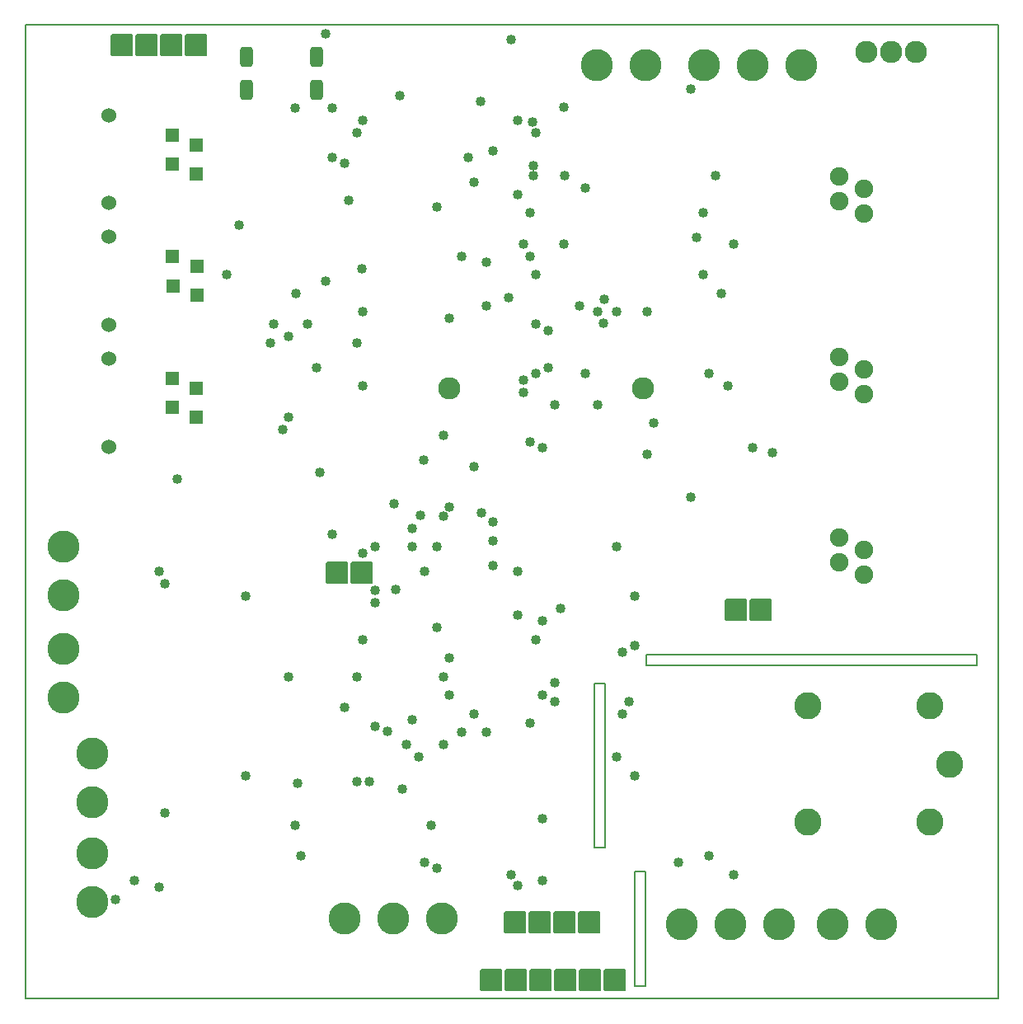
<source format=gbr>
G04 PROTEUS GERBER X2 FILE*
%TF.GenerationSoftware,Labcenter,Proteus,8.13-SP0-Build31525*%
%TF.CreationDate,2023-08-07T13:40:14+00:00*%
%TF.FileFunction,Soldermask,Bot*%
%TF.FilePolarity,Negative*%
%TF.Part,Single*%
%TF.SameCoordinates,{8d507f11-5f74-4f73-9321-756942b8957b}*%
%FSLAX45Y45*%
%MOMM*%
G01*
%TA.AperFunction,Material*%
%ADD69C,1.016000*%
%TA.AperFunction,Material*%
%ADD82C,3.302000*%
%ADD94C,2.286000*%
%AMPPAD086*
4,1,36,
0.220200,-1.052000,
-0.220200,-1.052000,
-0.308490,-1.043410,
-0.390130,-1.018690,
-0.463560,-0.979420,
-0.527180,-0.927180,
-0.579420,-0.863560,
-0.618690,-0.790130,
-0.643410,-0.708490,
-0.652000,-0.620200,
-0.652000,0.620200,
-0.643410,0.708490,
-0.618690,0.790130,
-0.579420,0.863560,
-0.527180,0.927180,
-0.463560,0.979420,
-0.390130,1.018690,
-0.308490,1.043410,
-0.220200,1.052000,
0.220200,1.052000,
0.308490,1.043410,
0.390130,1.018690,
0.463560,0.979420,
0.527180,0.927180,
0.579420,0.863560,
0.618690,0.790130,
0.643410,0.708490,
0.652000,0.620200,
0.652000,-0.620200,
0.643410,-0.708490,
0.618690,-0.790130,
0.579420,-0.863560,
0.527180,-0.927180,
0.463560,-0.979420,
0.390130,-1.018690,
0.308490,-1.043410,
0.220200,-1.052000,
0*%
%TA.AperFunction,Material*%
%ADD96PPAD086*%
%TA.AperFunction,Material*%
%ADD103C,1.905000*%
%AMPPAD094*
4,1,36,
0.705000,0.654050,
0.705000,-0.654050,
0.703990,-0.664470,
0.701070,-0.674100,
0.696430,-0.682760,
0.690270,-0.690270,
0.682760,-0.696430,
0.674100,-0.701070,
0.664460,-0.703990,
0.654050,-0.705000,
-0.654050,-0.705000,
-0.664460,-0.703990,
-0.674100,-0.701070,
-0.682760,-0.696430,
-0.690270,-0.690270,
-0.696430,-0.682760,
-0.701070,-0.674100,
-0.703990,-0.664470,
-0.705000,-0.654050,
-0.705000,0.654050,
-0.703990,0.664470,
-0.701070,0.674100,
-0.696430,0.682760,
-0.690270,0.690270,
-0.682760,0.696430,
-0.674100,0.701070,
-0.664460,0.703990,
-0.654050,0.705000,
0.654050,0.705000,
0.664460,0.703990,
0.674100,0.701070,
0.682760,0.696430,
0.690270,0.690270,
0.696430,0.682760,
0.701070,0.674100,
0.703990,0.664470,
0.705000,0.654050,
0*%
%ADD104PPAD094*%
%ADD105C,1.524000*%
%AMPPAD096*
4,1,36,
-1.016000,1.143000,
1.016000,1.143000,
1.041970,1.140470,
1.065980,1.133200,
1.087580,1.121650,
1.106290,1.106290,
1.121650,1.087570,
1.133200,1.065980,
1.140470,1.041970,
1.143000,1.016000,
1.143000,-1.016000,
1.140470,-1.041970,
1.133200,-1.065980,
1.121650,-1.087570,
1.106290,-1.106290,
1.087580,-1.121650,
1.065980,-1.133200,
1.041970,-1.140470,
1.016000,-1.143000,
-1.016000,-1.143000,
-1.041970,-1.140470,
-1.065980,-1.133200,
-1.087580,-1.121650,
-1.106290,-1.106290,
-1.121650,-1.087570,
-1.133200,-1.065980,
-1.140470,-1.041970,
-1.143000,-1.016000,
-1.143000,1.016000,
-1.140470,1.041970,
-1.133200,1.065980,
-1.121650,1.087570,
-1.106290,1.106290,
-1.087580,1.121650,
-1.065980,1.133200,
-1.041970,1.140470,
-1.016000,1.143000,
0*%
%ADD106PPAD096*%
%TA.AperFunction,Material*%
%ADD108C,2.794000*%
%TA.AperFunction,Profile*%
%ADD58C,0.203200*%
%TD.AperFunction*%
D69*
X-698500Y-1333500D03*
X-3619500Y-254000D03*
X+230000Y+3810000D03*
X+550000Y+3810000D03*
X+540000Y+4510000D03*
X-1841500Y+4508500D03*
X-952500Y-2159000D03*
X-190500Y+63500D03*
X+1841500Y+4699000D03*
X-1905000Y+5270500D03*
X-2286000Y-1333500D03*
X-3873500Y-3429000D03*
X+317500Y+1016000D03*
X+1270000Y-1016000D03*
X+1270000Y-2349500D03*
X-1968500Y+762000D03*
X-508000Y-1905000D03*
X-762000Y-825500D03*
X+1079500Y+2413000D03*
X+2032000Y+1778000D03*
X+889000Y+2413000D03*
X-1530000Y+2857500D03*
X-1524000Y+4381500D03*
X-1524000Y+2413000D03*
X-1397000Y-444500D03*
X-1397000Y-571500D03*
X-698500Y-2032000D03*
X-2730500Y-2349500D03*
X-889000Y-3238500D03*
X+1460500Y+1270000D03*
X+2286000Y-3365500D03*
X-2159000Y-3175000D03*
X-1460500Y-2413000D03*
X-3556000Y-381000D03*
X-3556000Y-2730500D03*
X-1587500Y-2413000D03*
X-3619500Y-3492500D03*
X-2222500Y-2857500D03*
X+254000Y-952500D03*
X+254000Y+1778000D03*
X+508000Y-635000D03*
X+381000Y+2222500D03*
X+381000Y+1841500D03*
X-381000Y+825500D03*
X-381000Y+3746500D03*
X+63500Y-254000D03*
X+0Y-3365500D03*
X-1670000Y+3560000D03*
X+2222500Y+1651000D03*
X+2159000Y+2603500D03*
X-635000Y+2349500D03*
X+950000Y+2300000D03*
X-930000Y+320000D03*
X-889000Y-254000D03*
X-1190000Y-440000D03*
X-1206500Y+444500D03*
X-1841500Y+4000500D03*
X-317500Y+4572000D03*
X+952500Y+2540000D03*
X+1397000Y+2413000D03*
X-310000Y+350000D03*
X-254000Y+2476500D03*
X-2095500Y+2286000D03*
X-2470000Y+2095500D03*
X-1524000Y+1651000D03*
X-1587500Y+4254500D03*
X+2476500Y+1016000D03*
X-1397000Y+0D03*
X+1841500Y+508000D03*
X+317500Y-3429000D03*
X-1143000Y+4635500D03*
X+762000Y+1778000D03*
X-1524000Y-952500D03*
X-4064000Y-3619500D03*
X-1905000Y+2730500D03*
X-1120239Y-2484738D03*
X-1267913Y-1895272D03*
X-1397000Y-1841500D03*
X+254000Y+2794000D03*
X+254000Y+2286000D03*
X-2440057Y+2290000D03*
X-1587500Y+2095500D03*
X-508000Y+2984500D03*
X-698500Y+1143000D03*
X-635000Y-1524000D03*
X-635000Y+410000D03*
X-2349500Y+1206500D03*
X+127000Y+1714500D03*
X+127000Y+3111500D03*
X+127000Y+1587500D03*
X+540000Y+3110000D03*
X+444500Y+1460500D03*
X-762000Y+3492500D03*
X-1016000Y+0D03*
X-698500Y+317500D03*
X-635000Y-1143000D03*
X+190500Y+1079500D03*
X+190500Y+2984500D03*
X+63500Y+3619500D03*
X+63500Y+4381500D03*
X+1206500Y-1587500D03*
X+1270000Y-508000D03*
X+2032000Y-3175000D03*
X+317500Y-1524000D03*
X+1714500Y-3238500D03*
X-762000Y-3302000D03*
X-190500Y+4064000D03*
X+1968500Y+3429000D03*
X+254000Y+4254500D03*
X+1968500Y+2794000D03*
X+0Y+5207000D03*
X+220000Y+4360000D03*
X+230000Y+3910000D03*
X+1905000Y+3175000D03*
X+698500Y+2476500D03*
X+444500Y-1397000D03*
X+444500Y-1587500D03*
X+190500Y+3429000D03*
X-190500Y+254000D03*
X-254000Y+2921000D03*
X+762000Y+3683000D03*
X-1714500Y+3937000D03*
X-2222500Y+4508500D03*
X+2095500Y+3810000D03*
X+889000Y+1460500D03*
X-1714500Y-1651000D03*
X-1524000Y-63500D03*
X-1587500Y-1333500D03*
X+2682250Y+967750D03*
X-1998208Y+1834760D03*
X-900000Y+890000D03*
X-762000Y+0D03*
X-2190000Y-2430000D03*
X-2210000Y+2600000D03*
X-2286000Y+2159000D03*
X-1016000Y+190500D03*
X+1397000Y+952500D03*
X-254000Y-1905000D03*
X-444500Y+4000500D03*
X-1079500Y-2032000D03*
X-3429000Y+698500D03*
X-1841500Y+127000D03*
X-825500Y-2857500D03*
X-1016000Y-1778000D03*
X+317500Y-2794000D03*
X+317500Y-762000D03*
X+190500Y-1810000D03*
X-190500Y-190500D03*
X-381000Y-1714500D03*
X+2286000Y+3111500D03*
X-2794000Y+3302000D03*
X-2921000Y+2794000D03*
X-2730500Y-508000D03*
X-2290000Y+1330000D03*
X+1143000Y-1714500D03*
X+1143000Y-1079500D03*
X+63500Y-3480000D03*
X+63500Y-698500D03*
X-30000Y+2560000D03*
X+1079500Y-2159000D03*
X+1079500Y+0D03*
D82*
X-4300000Y-3150000D03*
X-4300000Y-3650380D03*
X-1714000Y-3820000D03*
X-1213620Y-3820000D03*
X-713240Y-3820000D03*
D94*
X+1350000Y+1630000D03*
X-640000Y+1630000D03*
D82*
X-4600000Y-1050000D03*
X-4600000Y-1550380D03*
D96*
X-2720000Y+5030000D03*
X-2720000Y+4690000D03*
X-2000000Y+4690000D03*
X-2000000Y+5030000D03*
D82*
X-4600000Y+0D03*
X-4600000Y-500380D03*
D103*
X+3625000Y+3419000D03*
X+3371000Y+3546000D03*
X+3625000Y+3673000D03*
X+3371000Y+3800000D03*
X+3625000Y+1569000D03*
X+3371000Y+1696000D03*
X+3625000Y+1823000D03*
X+3371000Y+1950000D03*
X+3625000Y-285000D03*
X+3371000Y-158000D03*
X+3625000Y-31000D03*
X+3371000Y+96000D03*
D104*
X-3236000Y+4125000D03*
X-3236000Y+3829000D03*
X-3485012Y+4229010D03*
X-3480000Y+3930000D03*
D105*
X-4134998Y+4430000D03*
X-4134998Y+3530002D03*
D104*
X-3230988Y+2875990D03*
X-3230988Y+2579990D03*
X-3480000Y+2980000D03*
X-3474988Y+2680990D03*
D105*
X-4129986Y+3180990D03*
X-4129986Y+2280992D03*
D104*
X-3236000Y+1625000D03*
X-3236000Y+1329000D03*
X-3485012Y+1729010D03*
X-3480000Y+1430000D03*
D105*
X-4134998Y+1930000D03*
X-4134998Y+1030002D03*
D82*
X+2980760Y+4950000D03*
X+2480380Y+4950000D03*
X+1980000Y+4950000D03*
D106*
X-204000Y-4450000D03*
X+50000Y-4450000D03*
X+304000Y-4450000D03*
X+558000Y-4450000D03*
X+812000Y-4450000D03*
X+1066000Y-4450000D03*
D82*
X+1380380Y+4950000D03*
X+880000Y+4950000D03*
D106*
X-3238000Y+5150000D03*
X-3492000Y+5150000D03*
X-3746000Y+5150000D03*
X-4000000Y+5150000D03*
X-1536000Y-270000D03*
X-1790000Y-270000D03*
D82*
X+1749240Y-3880000D03*
X+2249620Y-3880000D03*
X+2750000Y-3880000D03*
D108*
X+4300000Y-2830000D03*
X+4300000Y-1630000D03*
X+4500000Y-2230000D03*
X+3050000Y-1630000D03*
X+3050000Y-2830000D03*
D82*
X-4300000Y-2120000D03*
X-4300000Y-2620380D03*
X+3299620Y-3880000D03*
X+3800000Y-3880000D03*
D94*
X+3646000Y+5080000D03*
X+4154000Y+5080000D03*
X+3900000Y+5080000D03*
D106*
X+40000Y-3857639D03*
X+294000Y-3857639D03*
X+548000Y-3857639D03*
X+802000Y-3857639D03*
X+2310000Y-650000D03*
X+2564000Y-650000D03*
D58*
X-4990000Y-4640000D02*
X+5000000Y-4640000D01*
X+5000000Y+5360000D01*
X-4990000Y+5360000D01*
X-4990000Y-4640000D01*
X+1385625Y-1221172D02*
X+4785625Y-1221172D01*
X+4785625Y-1111172D01*
X+1385625Y-1111172D01*
X+1385625Y-1221172D01*
X+855625Y-3091172D02*
X+965625Y-3091172D01*
X+965625Y-1401172D01*
X+855625Y-1401172D01*
X+855625Y-3091172D01*
X+1264865Y-4511172D02*
X+1374865Y-4511172D01*
X+1374865Y-3331172D01*
X+1264865Y-3331172D01*
X+1264865Y-4511172D01*
M02*

</source>
